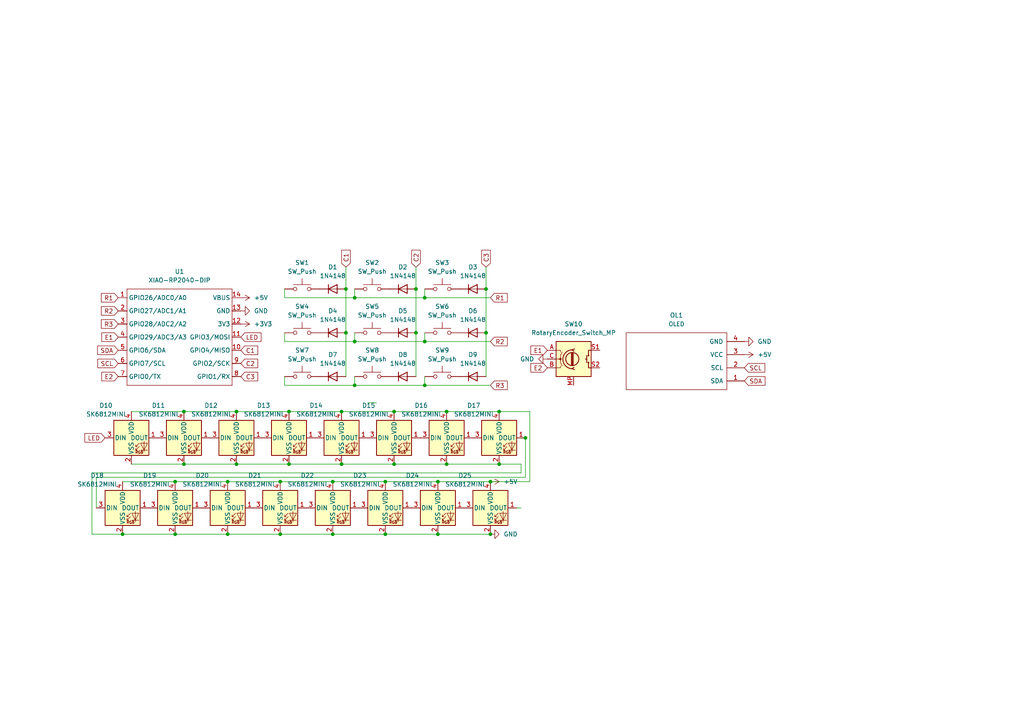
<source format=kicad_sch>
(kicad_sch (version 20250114) (generator "eeschema") (generator_version "9.0")
  (paper "A4")
  (title_block (title "hackpad") (date "2025-06-18") (rev "v1"))
  (lib_symbols
    (symbol "Device:RotaryEncoder_Switch_MP" (pin_names (offset 0.254) (hide yes))
      (property "Reference" "SW" (at 0 8.89 0))
      (property "Value" "RotaryEncoder_Switch_MP" (at 0 6.35 0))
      (symbol "RotaryEncoder_Switch_MP_0_1"
        (rectangle (start -5.08 5.08) (end 5.08 -5.08) (stroke (width 0.254)) (fill (type background)))
        (polyline (pts (xy -5.08 2.54) (xy -3.81 2.54) (xy -3.81 2.032)))
        (polyline (pts (xy -5.08 0) (xy -3.81 0) (xy -3.81 -1.016) (xy -3.302 -2.032)))
        (polyline (pts (xy -5.08 -2.54) (xy -3.81 -2.54) (xy -3.81 -2.032)))
        (polyline (pts (xy -4.318 0) (xy -3.81 0) (xy -3.81 1.016) (xy -3.302 2.032)))
        (circle (center -3.81 0) (radius 0.254) (fill (type outline)))
        (polyline (pts (xy -0.635 -1.778) (xy -0.635 1.778)) (stroke (width 0.254)))
        (circle (center -0.381 0) (radius 1.905) (stroke (width 0.254)))
        (polyline (pts (xy -0.381 -1.778) (xy -0.381 1.778)) (stroke (width 0.254)))
        (arc (start -0.381 -2.794) (mid -3.0988 -0.0635) (end -0.381 2.667) (stroke (width 0.254)))
        (polyline (pts (xy -0.127 1.778) (xy -0.127 -1.778)) (stroke (width 0.254)))
        (polyline (pts (xy 0.254 2.921) (xy -0.508 2.667) (xy 0.127 2.286)) (stroke (width 0.254)))
        (polyline (pts (xy 0.254 -3.048) (xy -0.508 -2.794) (xy 0.127 -2.413)) (stroke (width 0.254)))
        (polyline (pts (xy 3.81 1.016) (xy 3.81 -1.016)) (stroke (width 0.254)))
        (polyline (pts (xy 3.81 0) (xy 3.429 0)) (stroke (width 0.254)))
        (circle (center 4.318 1.016) (radius 0.127) (stroke (width 0.254)))
        (circle (center 4.318 -1.016) (radius 0.127) (stroke (width 0.254)))
        (polyline (pts (xy 5.08 2.54) (xy 4.318 2.54) (xy 4.318 1.016)) (stroke (width 0.254)))
        (polyline (pts (xy 5.08 -2.54) (xy 4.318 -2.54) (xy 4.318 -1.016)) (stroke (width 0.254)))
      )
      (symbol "RotaryEncoder_Switch_MP_1_1"
        (pin passive line (at -7.62 2.54 0) (length 2.54) (name "A") (number "A"))
        (pin passive line (at -7.62 0 0) (length 2.54) (name "C") (number "C"))
        (pin passive line (at -7.62 -2.54 0) (length 2.54) (name "B") (number "B"))
        (pin passive line (at 0 -7.62 90) (length 2.54) (name "MP") (number "MP"))
        (pin passive line (at 7.62 2.54 180) (length 2.54) (name "S1") (number "S1"))
        (pin passive line (at 7.62 -2.54 180) (length 2.54) (name "S2") (number "S2"))
      )
    )
    (symbol "Diode:1N4148" (pin_numbers (hide yes)) (pin_names (hide yes))
      (property "Reference" "D" (at 0 2.54 0))
      (property "Value" "1N4148" (at 0 -2.54 0))
      (symbol "1N4148_0_1"
        (polyline (pts (xy -1.27 1.27) (xy -1.27 -1.27)) (stroke (width 0.254)))
        (polyline (pts (xy 1.27 1.27) (xy 1.27 -1.27) (xy -1.27 0) (xy 1.27 1.27)) (stroke (width 0.254)))
        (polyline (pts (xy 1.27 0) (xy -1.27 0)))
      )
      (symbol "1N4148_1_1"
        (pin passive line (at -3.81 0 0) (length 2.54) (name "K") (number "1"))
        (pin passive line (at 3.81 0 180) (length 2.54) (name "A") (number "2"))
      )
    )
    (symbol "KBD:OLED" (pin_names (offset 1.016))
      (property "Reference" "OL" (at 0 2.54 0))
      (property "Value" "OLED" (at 0 -1.27 0))
      (symbol "OLED_0_1"
        (rectangle (start -13.97 8.89) (end 15.24 -7.62))
      )
      (symbol "OLED_1_1"
        (pin bidirectional line (at -19.05 6.35 0) (length 5.08) (name "SDA") (number "1"))
        (pin bidirectional line (at -19.05 2.54 0) (length 5.08) (name "SCL") (number "2"))
        (pin power_in line (at -19.05 -1.27 0) (length 5.08) (name "VCC") (number "3"))
        (pin power_in line (at -19.05 -5.08 0) (length 5.08) (name "GND") (number "4"))
      )
    )
    (symbol "LED:SK6812MINI" (pin_names (offset 0.254))
      (property "Reference" "D" (at 5.08 5.715 0))
      (property "Value" "SK6812MINI" (at 1.27 -5.715 0))
      (symbol "SK6812MINI_0_0"
        (text "RGB" (at 2.286 -4.191 0) (effects (font (size 0.762 0.762))))
      )
      (symbol "SK6812MINI_0_1"
        (polyline (pts (xy 1.27 -2.54) (xy 1.778 -2.54)))
        (polyline (pts (xy 1.27 -3.556) (xy 1.778 -3.556)))
        (polyline (pts (xy 2.286 -1.524) (xy 1.27 -2.54) (xy 1.27 -2.032)))
        (polyline (pts (xy 2.286 -2.54) (xy 1.27 -3.556) (xy 1.27 -3.048)))
        (polyline (pts (xy 3.683 -1.016) (xy 3.683 -3.556) (xy 3.683 -4.064)))
        (polyline (pts (xy 4.699 -1.524) (xy 2.667 -1.524) (xy 3.683 -3.556) (xy 4.699 -1.524)))
        (polyline (pts (xy 4.699 -3.556) (xy 2.667 -3.556)))
        (rectangle (start 5.08 5.08) (end -5.08 -5.08) (stroke (width 0.254)) (fill (type background)))
      )
      (symbol "SK6812MINI_1_1"
        (pin input line (at -7.62 0 0) (length 2.54) (name "DIN") (number "3"))
        (pin power_in line (at 0 7.62 270) (length 2.54) (name "VDD") (number "4"))
        (pin power_in line (at 0 -7.62 90) (length 2.54) (name "VSS") (number "2"))
        (pin output line (at 7.62 0 180) (length 2.54) (name "DOUT") (number "1"))
      )
    )
    (symbol "OPL:XIAO-RP2040-DIP"
      (property "Reference" "U" (at 0 0 0))
      (property "Value" "XIAO-RP2040-DIP" (at 5.334 -1.778 0))
      (symbol "XIAO-RP2040-DIP_1_0"
        (polyline (pts (xy -1.27 -2.54) (xy 29.21 -2.54)) (stroke (width 0.1524)))
        (polyline (pts (xy -1.27 -5.08) (xy -2.54 -5.08)) (stroke (width 0.1524)))
        (polyline (pts (xy -1.27 -5.08) (xy -1.27 -2.54)) (stroke (width 0.1524)))
        (polyline (pts (xy -1.27 -8.89) (xy -2.54 -8.89)) (stroke (width 0.1524)))
        (polyline (pts (xy -1.27 -8.89) (xy -1.27 -5.08)) (stroke (width 0.1524)))
        (polyline (pts (xy -1.27 -12.7) (xy -2.54 -12.7)) (stroke (width 0.1524)))
        (polyline (pts (xy -1.27 -12.7) (xy -1.27 -8.89)) (stroke (width 0.1524)))
        (polyline (pts (xy -1.27 -16.51) (xy -2.54 -16.51)) (stroke (width 0.1524)))
        (polyline (pts (xy -1.27 -16.51) (xy -1.27 -12.7)) (stroke (width 0.1524)))
        (polyline (pts (xy -1.27 -20.32) (xy -2.54 -20.32)) (stroke (width 0.1524)))
        (polyline (pts (xy -1.27 -24.13) (xy -2.54 -24.13)) (stroke (width 0.1524)))
        (polyline (pts (xy -1.27 -27.94) (xy -2.54 -27.94)) (stroke (width 0.1524)))
        (polyline (pts (xy -1.27 -30.48) (xy -1.27 -16.51)) (stroke (width 0.1524)))
        (polyline (pts (xy 29.21 -2.54) (xy 29.21 -5.08)) (stroke (width 0.1524)))
        (polyline (pts (xy 29.21 -5.08) (xy 29.21 -8.89)) (stroke (width 0.1524)))
        (polyline (pts (xy 29.21 -8.89) (xy 29.21 -12.7)) (stroke (width 0.1524)))
        (polyline (pts (xy 29.21 -12.7) (xy 29.21 -30.48)) (stroke (width 0.1524)))
        (polyline (pts (xy 29.21 -30.48) (xy -1.27 -30.48)) (stroke (width 0.1524)))
        (polyline (pts (xy 30.48 -5.08) (xy 29.21 -5.08)) (stroke (width 0.1524)))
        (polyline (pts (xy 30.48 -8.89) (xy 29.21 -8.89)) (stroke (width 0.1524)))
        (polyline (pts (xy 30.48 -12.7) (xy 29.21 -12.7)) (stroke (width 0.1524)))
        (polyline (pts (xy 30.48 -16.51) (xy 29.21 -16.51)) (stroke (width 0.1524)))
        (polyline (pts (xy 30.48 -20.32) (xy 29.21 -20.32)) (stroke (width 0.1524)))
        (polyline (pts (xy 30.48 -24.13) (xy 29.21 -24.13)) (stroke (width 0.1524)))
        (polyline (pts (xy 30.48 -27.94) (xy 29.21 -27.94)) (stroke (width 0.1524)))
        (pin passive line (at -3.81 -5.08 0) (length 2.54) (name "GPIO26/ADC0/A0") (number "1"))
        (pin passive line (at -3.81 -8.89 0) (length 2.54) (name "GPIO27/ADC1/A1") (number "2"))
        (pin passive line (at -3.81 -12.7 0) (length 2.54) (name "GPIO28/ADC2/A2") (number "3"))
        (pin passive line (at -3.81 -16.51 0) (length 2.54) (name "GPIO29/ADC3/A3") (number "4"))
        (pin passive line (at -3.81 -20.32 0) (length 2.54) (name "GPIO6/SDA") (number "5"))
        (pin passive line (at -3.81 -24.13 0) (length 2.54) (name "GPIO7/SCL") (number "6"))
        (pin passive line (at -3.81 -27.94 0) (length 2.54) (name "GPIO0/TX") (number "7"))
        (pin passive line (at 31.75 -5.08 180) (length 2.54) (name "VBUS") (number "14"))
        (pin passive line (at 31.75 -8.89 180) (length 2.54) (name "GND") (number "13"))
        (pin passive line (at 31.75 -12.7 180) (length 2.54) (name "3V3") (number "12"))
        (pin passive line (at 31.75 -16.51 180) (length 2.54) (name "GPIO3/MOSI") (number "11"))
        (pin passive line (at 31.75 -20.32 180) (length 2.54) (name "GPIO4/MISO") (number "10"))
        (pin passive line (at 31.75 -24.13 180) (length 2.54) (name "GPIO2/SCK") (number "9"))
        (pin passive line (at 31.75 -27.94 180) (length 2.54) (name "GPIO1/RX") (number "8"))
      )
    )
    (symbol "Switch:SW_Push" (pin_numbers (hide yes)) (pin_names (offset 1.016) (hide yes))
      (property "Reference" "SW" (at 1.27 2.54 0))
      (property "Value" "SW_Push" (at 0 -1.524 0))
      (symbol "SW_Push_0_1"
        (circle (center -2.032 0) (radius 0.508))
        (polyline (pts (xy 0 1.27) (xy 0 3.048)))
        (circle (center 2.032 0) (radius 0.508))
        (polyline (pts (xy 2.54 1.27) (xy -2.54 1.27)))
        (pin passive line (at -5.08 0 0) (length 2.54) (name "1") (number "1"))
        (pin passive line (at 5.08 0 180) (length 2.54) (name "2") (number "2"))
      )
    )
    (symbol "power:+3V3" (power) (pin_numbers (hide yes)) (pin_names (offset 0) (hide yes))
      (property "Value" "+3V3" (at 0 3.556 0))
      (symbol "+3V3_0_1"
        (polyline (pts (xy -0.762 1.27) (xy 0 2.54)))
        (polyline (pts (xy 0 2.54) (xy 0.762 1.27)))
        (polyline (pts (xy 0 0) (xy 0 2.54)))
      )
      (symbol "+3V3_1_1"
        (pin power_in line (at 0 0 90) (length 0) (name "~") (number "1"))
      )
    )
    (symbol "power:+5V" (power) (pin_numbers (hide yes)) (pin_names (offset 0) (hide yes))
      (property "Value" "+5V" (at 0 3.556 0))
      (symbol "+5V_0_1"
        (polyline (pts (xy -0.762 1.27) (xy 0 2.54)))
        (polyline (pts (xy 0 2.54) (xy 0.762 1.27)))
        (polyline (pts (xy 0 0) (xy 0 2.54)))
      )
      (symbol "+5V_1_1"
        (pin power_in line (at 0 0 90) (length 0) (name "~") (number "1"))
      )
    )
    (symbol "power:GND" (power) (pin_numbers (hide yes)) (pin_names (offset 0) (hide yes))
      (property "Value" "GND" (at 0 -3.81 0))
      (symbol "GND_0_1"
        (polyline (pts (xy 0 0) (xy 0 -1.27) (xy 1.27 -1.27) (xy 0 -2.54) (xy -1.27 -1.27) (xy 0 -1.27)))
      )
      (symbol "GND_1_1"
        (pin power_in line (at 0 0 270) (length 0) (name "~") (number "1"))
      )
    )
  )
  (junction (at 81.28 154.94))
  (junction (at 68.58 134.62))
  (junction (at 140.97 83.82))
  (junction (at 142.24 139.7))
  (junction (at 123.19 99.06))
  (junction (at 50.8 139.7))
  (junction (at 68.58 119.38))
  (junction (at 152.4 127))
  (junction (at 66.04 154.94))
  (junction (at 123.19 111.76))
  (junction (at 66.04 139.7))
  (junction (at 100.33 83.82))
  (junction (at 111.76 154.94))
  (junction (at 83.82 119.38))
  (junction (at 123.19 86.36))
  (junction (at 114.3 119.38))
  (junction (at 96.52 154.94))
  (junction (at 129.54 119.38))
  (junction (at 127 154.94))
  (junction (at 99.06 119.38))
  (junction (at 129.54 134.62))
  (junction (at 99.06 134.62))
  (junction (at 144.78 119.38))
  (junction (at 102.87 111.76))
  (junction (at 102.87 99.06))
  (junction (at 35.56 154.94))
  (junction (at 114.3 134.62))
  (junction (at 53.34 119.38))
  (junction (at 53.34 134.62))
  (junction (at 140.97 96.52))
  (junction (at 120.65 96.52))
  (junction (at 102.87 86.36))
  (junction (at 120.65 83.82))
  (junction (at 83.82 134.62))
  (junction (at 127 139.7))
  (junction (at 111.76 139.7))
  (junction (at 100.33 96.52))
  (junction (at 81.28 139.7))
  (junction (at 144.78 134.62))
  (junction (at 50.8 154.94))
  (junction (at 96.52 139.7))
  (junction (at 142.24 154.94))
  (wire (pts (xy 140.97 96.52) (xy 140.97 109.22)))
  (wire (pts (xy 153.67 139.7) (xy 142.24 139.7)))
  (wire (pts (xy 99.06 134.62) (xy 114.3 134.62)))
  (wire (pts (xy 99.06 119.38) (xy 114.3 119.38)))
  (wire (pts (xy 26.67 137.16) (xy 151.13 137.16)))
  (wire (pts (xy 100.33 96.52) (xy 100.33 109.22)))
  (wire (pts (xy 151.13 127) (xy 152.4 127)))
  (wire (pts (xy 100.33 77.47) (xy 100.33 83.82)))
  (wire (pts (xy 140.97 77.47) (xy 140.97 83.82)))
  (wire (pts (xy 120.65 77.47) (xy 120.65 83.82)))
  (wire (pts (xy 123.19 96.52) (xy 123.19 99.06)))
  (wire (pts (xy 127 139.7) (xy 111.76 139.7)))
  (wire (pts (xy 38.1 119.38) (xy 53.34 119.38)))
  (wire (pts (xy 81.28 139.7) (xy 66.04 139.7)))
  (wire (pts (xy 142.24 154.94) (xy 127 154.94)))
  (wire (pts (xy 111.76 139.7) (xy 96.52 139.7)))
  (wire (pts (xy 82.55 111.76) (xy 102.87 111.76)))
  (wire (pts (xy 68.58 119.38) (xy 83.82 119.38)))
  (wire (pts (xy 102.87 109.22) (xy 102.87 111.76)))
  (wire (pts (xy 111.76 154.94) (xy 127 154.94)))
  (wire (pts (xy 153.67 119.38) (xy 144.78 119.38)))
  (wire (pts (xy 152.4 127) (xy 152.4 138.43)))
  (wire (pts (xy 26.67 154.94) (xy 26.67 137.16)))
  (wire (pts (xy 129.54 119.38) (xy 144.78 119.38)))
  (wire (pts (xy 114.3 134.62) (xy 129.54 134.62)))
  (wire (pts (xy 102.87 99.06) (xy 123.19 99.06)))
  (wire (pts (xy 102.87 86.36) (xy 123.19 86.36)))
  (wire (pts (xy 123.19 86.36) (xy 142.24 86.36)))
  (wire (pts (xy 149.86 147.32) (xy 151.13 147.32)))
  (wire (pts (xy 82.55 99.06) (xy 102.87 99.06)))
  (wire (pts (xy 102.87 83.82) (xy 102.87 86.36)))
  (wire (pts (xy 152.4 138.43) (xy 27.94 138.43)))
  (wire (pts (xy 153.67 139.7) (xy 153.67 119.38)))
  (wire (pts (xy 53.34 119.38) (xy 68.58 119.38)))
  (wire (pts (xy 120.65 96.52) (xy 120.65 109.22)))
  (wire (pts (xy 38.1 134.62) (xy 53.34 134.62)))
  (wire (pts (xy 66.04 154.94) (xy 81.28 154.94)))
  (wire (pts (xy 26.67 154.94) (xy 35.56 154.94)))
  (wire (pts (xy 123.19 83.82) (xy 123.19 86.36)))
  (wire (pts (xy 151.13 134.62) (xy 144.78 134.62)))
  (wire (pts (xy 83.82 119.38) (xy 99.06 119.38)))
  (wire (pts (xy 123.19 111.76) (xy 142.24 111.76)))
  (wire (pts (xy 123.19 99.06) (xy 142.24 99.06)))
  (wire (pts (xy 106.68 116.84) (xy 109.22 116.84)))
  (wire (pts (xy 82.55 83.82) (xy 82.55 86.36)))
  (wire (pts (xy 151.13 137.16) (xy 151.13 134.62)))
  (wire (pts (xy 81.28 139.7) (xy 96.52 139.7)))
  (wire (pts (xy 129.54 134.62) (xy 144.78 134.62)))
  (wire (pts (xy 27.94 138.43) (xy 27.94 147.32)))
  (wire (pts (xy 50.8 154.94) (xy 66.04 154.94)))
  (wire (pts (xy 53.34 134.62) (xy 68.58 134.62)))
  (wire (pts (xy 100.33 83.82) (xy 100.33 96.52)))
  (wire (pts (xy 68.58 134.62) (xy 83.82 134.62)))
  (wire (pts (xy 82.55 86.36) (xy 102.87 86.36)))
  (wire (pts (xy 102.87 111.76) (xy 123.19 111.76)))
  (wire (pts (xy 140.97 83.82) (xy 140.97 96.52)))
  (wire (pts (xy 114.3 119.38) (xy 129.54 119.38)))
  (wire (pts (xy 35.56 139.7) (xy 50.8 139.7)))
  (wire (pts (xy 50.8 139.7) (xy 66.04 139.7)))
  (wire (pts (xy 82.55 96.52) (xy 82.55 99.06)))
  (wire (pts (xy 111.76 154.94) (xy 96.52 154.94)))
  (wire (pts (xy 83.82 134.62) (xy 99.06 134.62)))
  (wire (pts (xy 142.24 139.7) (xy 127 139.7)))
  (wire (pts (xy 120.65 83.82) (xy 120.65 96.52)))
  (wire (pts (xy 82.55 109.22) (xy 82.55 111.76)))
  (wire (pts (xy 50.8 154.94) (xy 35.56 154.94)))
  (wire (pts (xy 102.87 96.52) (xy 102.87 99.06)))
  (wire (pts (xy 81.28 154.94) (xy 96.52 154.94)))
  (wire (pts (xy 123.19 109.22) (xy 123.19 111.76)))
  (global_label "C2" (shape input) (at 120.65 77.47 90) (property "Intersheetrefs" "${INTERSHEET_REFS}" (effects (hide yes))))
  (global_label "E2" (shape input) (at 158.75 106.68 180) (property "Intersheetrefs" "${INTERSHEET_REFS}" (effects (hide yes))))
  (global_label "LED" (shape input) (at 69.85 97.79 0) (property "Intersheetrefs" "${INTERSHEET_REFS}" (effects (hide yes))))
  (global_label "C1" (shape input) (at 100.33 77.47 90) (property "Intersheetrefs" "${INTERSHEET_REFS}" (effects (hide yes))))
  (global_label "R2" (shape input) (at 34.29 90.17 180) (property "Intersheetrefs" "${INTERSHEET_REFS}" (effects (hide yes))))
  (global_label "R3" (shape input) (at 34.29 93.98 180) (property "Intersheetrefs" "${INTERSHEET_REFS}" (effects (hide yes))))
  (global_label "C1" (shape input) (at 69.85 101.6 0) (property "Intersheetrefs" "${INTERSHEET_REFS}" (effects (hide yes))))
  (global_label "LED" (shape input) (at 30.48 127 180) (property "Intersheetrefs" "${INTERSHEET_REFS}" (effects (hide yes))))
  (global_label "SCL" (shape input) (at 34.29 105.41 180) (property "Intersheetrefs" "${INTERSHEET_REFS}" (effects (hide yes))))
  (global_label "R2" (shape input) (at 142.24 99.06 0) (property "Intersheetrefs" "${INTERSHEET_REFS}" (effects (hide yes))))
  (global_label "R3" (shape input) (at 142.24 111.76 0) (property "Intersheetrefs" "${INTERSHEET_REFS}" (effects (hide yes))))
  (global_label "SDA" (shape input) (at 34.29 101.6 180) (property "Intersheetrefs" "${INTERSHEET_REFS}" (effects (hide yes))))
  (global_label "C3" (shape input) (at 140.97 77.47 90) (property "Intersheetrefs" "${INTERSHEET_REFS}" (effects (hide yes))))
  (global_label "R1" (shape input) (at 142.24 86.36 0) (property "Intersheetrefs" "${INTERSHEET_REFS}" (effects (hide yes))))
  (global_label "R1" (shape input) (at 34.29 86.36 180) (property "Intersheetrefs" "${INTERSHEET_REFS}" (effects (hide yes))))
  (global_label "E1" (shape input) (at 34.29 97.79 180) (property "Intersheetrefs" "${INTERSHEET_REFS}" (effects (hide yes))))
  (global_label "E2" (shape input) (at 34.29 109.22 180) (property "Intersheetrefs" "${INTERSHEET_REFS}" (effects (hide yes))))
  (global_label "SCL" (shape input) (at 215.9 106.68 0) (property "Intersheetrefs" "${INTERSHEET_REFS}" (effects (hide yes))))
  (global_label "E1" (shape input) (at 158.75 101.6 180) (property "Intersheetrefs" "${INTERSHEET_REFS}" (effects (hide yes))))
  (global_label "C3" (shape input) (at 69.85 109.22 0) (property "Intersheetrefs" "${INTERSHEET_REFS}" (effects (hide yes))))
  (global_label "C2" (shape input) (at 69.85 105.41 0) (property "Intersheetrefs" "${INTERSHEET_REFS}" (effects (hide yes))))
  (global_label "SDA" (shape input) (at 215.9 110.49 0) (property "Intersheetrefs" "${INTERSHEET_REFS}" (effects (hide yes))))
  (symbol (lib_id "Switch:SW_Push") (at 128.27 96.52 0) (unit 1)
    (property "Reference" "SW6" (at 128.27 88.9 0))
    (property "Value" "SW_Push" (at 128.27 91.44 0))
    (property "Footprint" "Button_Switch_Keyboard:SW_Cherry_MX_1.00u_PCB_[3D]" (effects (hide yes)))
    (property "Description" "Push button switch, generic, two pins" (effects (hide yes)))
  )
  (symbol (lib_id "LED:SK6812MINI") (at 114.3 127 0) (unit 1)
    (property "Reference" "D15" (at 106.934 117.602 0))
    (property "Value" "SK6812MINI" (at 106.934 120.142 0))
    (property "Footprint" "LED_SMD:LED_SK6812MINI_PLCC4_3.5x3.5mm_P1.75mm_[3D]" (effects (hide yes)))
    (property "Datasheet" "https://cdn-shop.adafruit.com/product-files/2686/SK6812MINI_REV.01-1-2.pdf" (effects (hide yes)))
    (property "Description" "RGB LED with integrated controller" (effects (hide yes)))
  )
  (symbol (lib_id "OPL:XIAO-RP2040-DIP") (at 38.1 81.28 0) (unit 1)
    (property "Reference" "U1" (at 52.07 78.74 0))
    (property "Value" "XIAO-RP2040-DIP" (at 52.07 81.28 0))
    (property "Footprint" "OPL:XIAO-RP2040-DIP" (effects (hide yes)))
  )
  (symbol (lib_id "LED:SK6812MINI") (at 35.56 147.32 0) (unit 1)
    (property "Reference" "D18" (at 28.194 137.922 0))
    (property "Value" "SK6812MINI" (at 28.194 140.462 0))
    (property "Footprint" "LED_SMD:LED_SK6812MINI_PLCC4_3.5x3.5mm_P1.75mm_[3D]" (effects (hide yes)))
    (property "Datasheet" "https://cdn-shop.adafruit.com/product-files/2686/SK6812MINI_REV.01-1-2.pdf" (effects (hide yes)))
    (property "Description" "RGB LED with integrated controller" (effects (hide yes)))
  )
  (symbol (lib_id "LED:SK6812MINI") (at 111.76 147.32 0) (unit 1)
    (property "Reference" "D23" (at 104.394 137.922 0))
    (property "Value" "SK6812MINI" (at 104.394 140.462 0))
    (property "Footprint" "LED_SMD:LED_SK6812MINI_PLCC4_3.5x3.5mm_P1.75mm_[3D]" (effects (hide yes)))
    (property "Datasheet" "https://cdn-shop.adafruit.com/product-files/2686/SK6812MINI_REV.01-1-2.pdf" (effects (hide yes)))
    (property "Description" "RGB LED with integrated controller" (effects (hide yes)))
  )
  (symbol (lib_id "Switch:SW_Push") (at 107.95 109.22 0) (unit 1)
    (property "Reference" "SW8" (at 107.95 101.6 0))
    (property "Value" "SW_Push" (at 107.95 104.14 0))
    (property "Footprint" "Button_Switch_Keyboard:SW_Cherry_MX_1.00u_PCB_[3D]" (effects (hide yes)))
    (property "Description" "Push button switch, generic, two pins" (effects (hide yes)))
  )
  (symbol (lib_id "LED:SK6812MINI") (at 68.58 127 0) (unit 1)
    (property "Reference" "D12" (at 61.214 117.602 0))
    (property "Value" "SK6812MINI" (at 61.214 120.142 0))
    (property "Footprint" "LED_SMD:LED_SK6812MINI_PLCC4_3.5x3.5mm_P1.75mm_[3D]" (effects (hide yes)))
    (property "Datasheet" "https://cdn-shop.adafruit.com/product-files/2686/SK6812MINI_REV.01-1-2.pdf" (effects (hide yes)))
    (property "Description" "RGB LED with integrated controller" (effects (hide yes)))
  )
  (symbol (lib_id "Diode:1N4148") (at 96.52 83.82 0) (unit 1)
    (property "Reference" "D1" (at 96.52 77.47 0))
    (property "Value" "1N4148" (at 96.52 80.01 0))
    (property "Footprint" "Diode_THT:D_DO-35_SOD27_P7.62mm_Horizontal" (effects (hide yes)))
    (property "Datasheet" "https://assets.nexperia.com/documents/data-sheet/1N4148_1N4448.pdf" (effects (hide yes)))
    (property "Description" "100V 0.15A standard switching diode, DO-35" (effects (hide yes)))
    (property "Sim.Device" "D" (effects (hide yes)))
    (property "Sim.Pins" "1=K 2=A" (effects (hide yes)))
  )
  (symbol (lib_id "Diode:1N4148") (at 96.52 96.52 0) (unit 1)
    (property "Reference" "D4" (at 96.52 90.17 0))
    (property "Value" "1N4148" (at 96.52 92.71 0))
    (property "Footprint" "Diode_THT:D_DO-35_SOD27_P7.62mm_Horizontal" (effects (hide yes)))
    (property "Datasheet" "https://assets.nexperia.com/documents/data-sheet/1N4148_1N4448.pdf" (effects (hide yes)))
    (property "Description" "100V 0.15A standard switching diode, DO-35" (effects (hide yes)))
    (property "Sim.Device" "D" (effects (hide yes)))
    (property "Sim.Pins" "1=K 2=A" (effects (hide yes)))
  )
  (symbol (lib_id "power:GND") (at 142.24 154.94 90) (unit 1)
    (property "Reference" "#PWR08" (effects (hide yes)))
    (property "Value" "GND" (at 146.05 154.9399 90) (effects (justify right)))
    (property "Description" "Power symbol creates a global label with name \"GND\" , ground" (effects (hide yes)))
  )
  (symbol (lib_id "power:+3V3") (at 69.85 93.98 270) (unit 1)
    (property "Reference" "#PWR03" (effects (hide yes)))
    (property "Value" "+3V3" (at 73.66 93.9799 90) (effects (justify left)))
    (property "Description" "Power symbol creates a global label with name \"+3V3\"" (effects (hide yes)))
  )
  (symbol (lib_id "Switch:SW_Push") (at 87.63 109.22 0) (unit 1)
    (property "Reference" "SW7" (at 87.63 101.6 0))
    (property "Value" "SW_Push" (at 87.63 104.14 0))
    (property "Footprint" "Button_Switch_Keyboard:SW_Cherry_MX_1.00u_PCB_[3D]" (effects (hide yes)))
    (property "Description" "Push button switch, generic, two pins" (effects (hide yes)))
  )
  (symbol (lib_id "KBD:OLED") (at 196.85 104.14 180) (unit 1)
    (property "Reference" "OL1" (at 196.215 91.44 0) (effects (font (size 1.2954 1.2954))))
    (property "Value" "OLED" (at 196.215 93.98 0) (effects (font (size 1.1938 1.1938))))
    (property "Footprint" "KBD:OLED" (effects (hide yes)))
  )
  (symbol (lib_id "Diode:1N4148") (at 137.16 83.82 0) (unit 1)
    (property "Reference" "D3" (at 137.16 77.47 0))
    (property "Value" "1N4148" (at 137.16 80.01 0))
    (property "Footprint" "Diode_THT:D_DO-35_SOD27_P7.62mm_Horizontal" (effects (hide yes)))
    (property "Datasheet" "https://assets.nexperia.com/documents/data-sheet/1N4148_1N4448.pdf" (effects (hide yes)))
    (property "Description" "100V 0.15A standard switching diode, DO-35" (effects (hide yes)))
    (property "Sim.Device" "D" (effects (hide yes)))
    (property "Sim.Pins" "1=K 2=A" (effects (hide yes)))
  )
  (symbol (lib_id "Diode:1N4148") (at 137.16 96.52 0) (unit 1)
    (property "Reference" "D6" (at 137.16 90.17 0))
    (property "Value" "1N4148" (at 137.16 92.71 0))
    (property "Footprint" "Diode_THT:D_DO-35_SOD27_P7.62mm_Horizontal" (effects (hide yes)))
    (property "Datasheet" "https://assets.nexperia.com/documents/data-sheet/1N4148_1N4448.pdf" (effects (hide yes)))
    (property "Description" "100V 0.15A standard switching diode, DO-35" (effects (hide yes)))
    (property "Sim.Device" "D" (effects (hide yes)))
    (property "Sim.Pins" "1=K 2=A" (effects (hide yes)))
  )
  (symbol (lib_id "LED:SK6812MINI") (at 50.8 147.32 0) (unit 1)
    (property "Reference" "D19" (at 43.434 137.922 0))
    (property "Value" "SK6812MINI" (at 43.434 140.462 0))
    (property "Footprint" "LED_SMD:LED_SK6812MINI_PLCC4_3.5x3.5mm_P1.75mm_[3D]" (effects (hide yes)))
    (property "Datasheet" "https://cdn-shop.adafruit.com/product-files/2686/SK6812MINI_REV.01-1-2.pdf" (effects (hide yes)))
    (property "Description" "RGB LED with integrated controller" (effects (hide yes)))
  )
  (symbol (lib_id "LED:SK6812MINI") (at 129.54 127 0) (unit 1)
    (property "Reference" "D16" (at 122.174 117.602 0))
    (property "Value" "SK6812MINI" (at 122.174 120.142 0))
    (property "Footprint" "LED_SMD:LED_SK6812MINI_PLCC4_3.5x3.5mm_P1.75mm_[3D]" (effects (hide yes)))
    (property "Datasheet" "https://cdn-shop.adafruit.com/product-files/2686/SK6812MINI_REV.01-1-2.pdf" (effects (hide yes)))
    (property "Description" "RGB LED with integrated controller" (effects (hide yes)))
  )
  (symbol (lib_id "Switch:SW_Push") (at 87.63 83.82 0) (unit 1)
    (property "Reference" "SW1" (at 87.63 76.2 0))
    (property "Value" "SW_Push" (at 87.63 78.74 0))
    (property "Footprint" "Button_Switch_Keyboard:SW_Cherry_MX_1.00u_PCB_[3D]" (effects (hide yes)))
    (property "Description" "Push button switch, generic, two pins" (effects (hide yes)))
  )
  (symbol (lib_id "Switch:SW_Push") (at 107.95 83.82 0) (unit 1)
    (property "Reference" "SW2" (at 107.95 76.2 0))
    (property "Value" "SW_Push" (at 107.95 78.74 0))
    (property "Footprint" "Button_Switch_Keyboard:SW_Cherry_MX_1.00u_PCB_[3D]" (effects (hide yes)))
    (property "Description" "Push button switch, generic, two pins" (effects (hide yes)))
  )
  (symbol (lib_id "power:+5V") (at 142.24 139.7 270) (unit 1)
    (property "Reference" "#PWR07" (effects (hide yes)))
    (property "Value" "+5V" (at 146.05 139.6999 90) (effects (justify left)))
    (property "Description" "Power symbol creates a global label with name \"+5V\"" (effects (hide yes)))
  )
  (symbol (lib_id "LED:SK6812MINI") (at 66.04 147.32 0) (unit 1)
    (property "Reference" "D20" (at 58.674 137.922 0))
    (property "Value" "SK6812MINI" (at 58.674 140.462 0))
    (property "Footprint" "LED_SMD:LED_SK6812MINI_PLCC4_3.5x3.5mm_P1.75mm_[3D]" (effects (hide yes)))
    (property "Datasheet" "https://cdn-shop.adafruit.com/product-files/2686/SK6812MINI_REV.01-1-2.pdf" (effects (hide yes)))
    (property "Description" "RGB LED with integrated controller" (effects (hide yes)))
  )
  (symbol (lib_id "LED:SK6812MINI") (at 99.06 127 0) (unit 1)
    (property "Reference" "D14" (at 91.694 117.602 0))
    (property "Value" "SK6812MINI" (at 91.694 120.142 0))
    (property "Footprint" "LED_SMD:LED_SK6812MINI_PLCC4_3.5x3.5mm_P1.75mm_[3D]" (effects (hide yes)))
    (property "Datasheet" "https://cdn-shop.adafruit.com/product-files/2686/SK6812MINI_REV.01-1-2.pdf" (effects (hide yes)))
    (property "Description" "RGB LED with integrated controller" (effects (hide yes)))
  )
  (symbol (lib_id "Diode:1N4148") (at 137.16 109.22 0) (unit 1)
    (property "Reference" "D9" (at 137.16 102.87 0))
    (property "Value" "1N4148" (at 137.16 105.41 0))
    (property "Footprint" "Diode_THT:D_DO-35_SOD27_P7.62mm_Horizontal" (effects (hide yes)))
    (property "Datasheet" "https://assets.nexperia.com/documents/data-sheet/1N4148_1N4448.pdf" (effects (hide yes)))
    (property "Description" "100V 0.15A standard switching diode, DO-35" (effects (hide yes)))
    (property "Sim.Device" "D" (effects (hide yes)))
    (property "Sim.Pins" "1=K 2=A" (effects (hide yes)))
  )
  (symbol (lib_id "LED:SK6812MINI") (at 142.24 147.32 0) (unit 1)
    (property "Reference" "D25" (at 134.874 137.922 0))
    (property "Value" "SK6812MINI" (at 134.874 140.462 0))
    (property "Footprint" "LED_SMD:LED_SK6812MINI_PLCC4_3.5x3.5mm_P1.75mm_[3D]" (effects (hide yes)))
    (property "Datasheet" "https://cdn-shop.adafruit.com/product-files/2686/SK6812MINI_REV.01-1-2.pdf" (effects (hide yes)))
    (property "Description" "RGB LED with integrated controller" (effects (hide yes)))
  )
  (symbol (lib_id "power:+5V") (at 215.9 102.87 270) (unit 1)
    (property "Reference" "#PWR05" (effects (hide yes)))
    (property "Value" "+5V" (at 219.71 102.8699 90) (effects (justify left)))
    (property "Description" "Power symbol creates a global label with name \"+5V\"" (effects (hide yes)))
  )
  (symbol (lib_id "LED:SK6812MINI") (at 38.1 127 0) (unit 1)
    (property "Reference" "D10" (at 30.734 117.602 0))
    (property "Value" "SK6812MINI" (at 30.734 120.142 0))
    (property "Footprint" "LED_SMD:LED_SK6812MINI_PLCC4_3.5x3.5mm_P1.75mm_[3D]" (effects (hide yes)))
    (property "Datasheet" "https://cdn-shop.adafruit.com/product-files/2686/SK6812MINI_REV.01-1-2.pdf" (effects (hide yes)))
    (property "Description" "RGB LED with integrated controller" (effects (hide yes)))
  )
  (symbol (lib_id "LED:SK6812MINI") (at 144.78 127 0) (unit 1)
    (property "Reference" "D17" (at 137.414 117.602 0))
    (property "Value" "SK6812MINI" (at 137.414 120.142 0))
    (property "Footprint" "LED_SMD:LED_SK6812MINI_PLCC4_3.5x3.5mm_P1.75mm_[3D]" (effects (hide yes)))
    (property "Datasheet" "https://cdn-shop.adafruit.com/product-files/2686/SK6812MINI_REV.01-1-2.pdf" (effects (hide yes)))
    (property "Description" "RGB LED with integrated controller" (effects (hide yes)))
  )
  (symbol (lib_id "Switch:SW_Push") (at 128.27 83.82 0) (unit 1)
    (property "Reference" "SW3" (at 128.27 76.2 0))
    (property "Value" "SW_Push" (at 128.27 78.74 0))
    (property "Footprint" "Button_Switch_Keyboard:SW_Cherry_MX_1.00u_PCB_[3D]" (effects (hide yes)))
    (property "Description" "Push button switch, generic, two pins" (effects (hide yes)))
  )
  (symbol (lib_id "power:GND") (at 158.75 104.14 270) (unit 1)
    (property "Reference" "#PWR04" (effects (hide yes)))
    (property "Value" "GND" (at 154.94 104.1399 90) (effects (justify right)))
    (property "Description" "Power symbol creates a global label with name \"GND\" , ground" (effects (hide yes)))
  )
  (symbol (lib_id "Diode:1N4148") (at 96.52 109.22 0) (unit 1)
    (property "Reference" "D7" (at 96.52 102.87 0))
    (property "Value" "1N4148" (at 96.52 105.41 0))
    (property "Footprint" "Diode_THT:D_DO-35_SOD27_P7.62mm_Horizontal" (effects (hide yes)))
    (property "Datasheet" "https://assets.nexperia.com/documents/data-sheet/1N4148_1N4448.pdf" (effects (hide yes)))
    (property "Description" "100V 0.15A standard switching diode, DO-35" (effects (hide yes)))
    (property "Sim.Device" "D" (effects (hide yes)))
    (property "Sim.Pins" "1=K 2=A" (effects (hide yes)))
  )
  (symbol (lib_id "Diode:1N4148") (at 116.84 109.22 0) (unit 1)
    (property "Reference" "D8" (at 116.84 102.87 0))
    (property "Value" "1N4148" (at 116.84 105.41 0))
    (property "Footprint" "Diode_THT:D_DO-35_SOD27_P7.62mm_Horizontal" (effects (hide yes)))
    (property "Datasheet" "https://assets.nexperia.com/documents/data-sheet/1N4148_1N4448.pdf" (effects (hide yes)))
    (property "Description" "100V 0.15A standard switching diode, DO-35" (effects (hide yes)))
    (property "Sim.Device" "D" (effects (hide yes)))
    (property "Sim.Pins" "1=K 2=A" (effects (hide yes)))
  )
  (symbol (lib_id "LED:SK6812MINI") (at 53.34 127 0) (unit 1)
    (property "Reference" "D11" (at 45.974 117.602 0))
    (property "Value" "SK6812MINI" (at 45.974 120.142 0))
    (property "Footprint" "LED_SMD:LED_SK6812MINI_PLCC4_3.5x3.5mm_P1.75mm_[3D]" (effects (hide yes)))
    (property "Datasheet" "https://cdn-shop.adafruit.com/product-files/2686/SK6812MINI_REV.01-1-2.pdf" (effects (hide yes)))
    (property "Description" "RGB LED with integrated controller" (effects (hide yes)))
  )
  (symbol (lib_id "power:GND") (at 69.85 90.17 90) (unit 1)
    (property "Reference" "#PWR02" (effects (hide yes)))
    (property "Value" "GND" (at 73.66 90.1699 90) (effects (justify right)))
    (property "Description" "Power symbol creates a global label with name \"GND\" , ground" (effects (hide yes)))
  )
  (symbol (lib_id "Switch:SW_Push") (at 87.63 96.52 0) (unit 1)
    (property "Reference" "SW4" (at 87.63 88.9 0))
    (property "Value" "SW_Push" (at 87.63 91.44 0))
    (property "Footprint" "Button_Switch_Keyboard:SW_Cherry_MX_1.00u_PCB_[3D]" (effects (hide yes)))
    (property "Description" "Push button switch, generic, two pins" (effects (hide yes)))
  )
  (symbol (lib_id "Diode:1N4148") (at 116.84 96.52 0) (unit 1)
    (property "Reference" "D5" (at 116.84 90.17 0))
    (property "Value" "1N4148" (at 116.84 92.71 0))
    (property "Footprint" "Diode_THT:D_DO-35_SOD27_P7.62mm_Horizontal" (effects (hide yes)))
    (property "Datasheet" "https://assets.nexperia.com/documents/data-sheet/1N4148_1N4448.pdf" (effects (hide yes)))
    (property "Description" "100V 0.15A standard switching diode, DO-35" (effects (hide yes)))
    (property "Sim.Device" "D" (effects (hide yes)))
    (property "Sim.Pins" "1=K 2=A" (effects (hide yes)))
  )
  (symbol (lib_id "LED:SK6812MINI") (at 81.28 147.32 0) (unit 1)
    (property "Reference" "D21" (at 73.914 137.922 0))
    (property "Value" "SK6812MINI" (at 73.914 140.462 0))
    (property "Footprint" "LED_SMD:LED_SK6812MINI_PLCC4_3.5x3.5mm_P1.75mm_[3D]" (effects (hide yes)))
    (property "Datasheet" "https://cdn-shop.adafruit.com/product-files/2686/SK6812MINI_REV.01-1-2.pdf" (effects (hide yes)))
    (property "Description" "RGB LED with integrated controller" (effects (hide yes)))
  )
  (symbol (lib_id "LED:SK6812MINI") (at 127 147.32 0) (unit 1)
    (property "Reference" "D24" (at 119.634 137.922 0))
    (property "Value" "SK6812MINI" (at 119.634 140.462 0))
    (property "Footprint" "LED_SMD:LED_SK6812MINI_PLCC4_3.5x3.5mm_P1.75mm_[3D]" (effects (hide yes)))
    (property "Datasheet" "https://cdn-shop.adafruit.com/product-files/2686/SK6812MINI_REV.01-1-2.pdf" (effects (hide yes)))
    (property "Description" "RGB LED with integrated controller" (effects (hide yes)))
  )
  (symbol (lib_id "power:+5V") (at 69.85 86.36 270) (unit 1)
    (property "Reference" "#PWR01" (effects (hide yes)))
    (property "Value" "+5V" (at 73.66 86.3599 90) (effects (justify left)))
    (property "Description" "Power symbol creates a global label with name \"+5V\"" (effects (hide yes)))
  )
  (symbol (lib_id "Diode:1N4148") (at 116.84 83.82 0) (unit 1)
    (property "Reference" "D2" (at 116.84 77.47 0))
    (property "Value" "1N4148" (at 116.84 80.01 0))
    (property "Footprint" "Diode_THT:D_DO-35_SOD27_P7.62mm_Horizontal" (effects (hide yes)))
    (property "Datasheet" "https://assets.nexperia.com/documents/data-sheet/1N4148_1N4448.pdf" (effects (hide yes)))
    (property "Description" "100V 0.15A standard switching diode, DO-35" (effects (hide yes)))
    (property "Sim.Device" "D" (effects (hide yes)))
    (property "Sim.Pins" "1=K 2=A" (effects (hide yes)))
  )
  (symbol (lib_id "LED:SK6812MINI") (at 83.82 127 0) (unit 1)
    (property "Reference" "D13" (at 76.454 117.602 0))
    (property "Value" "SK6812MINI" (at 76.454 120.142 0))
    (property "Footprint" "LED_SMD:LED_SK6812MINI_PLCC4_3.5x3.5mm_P1.75mm_[3D]" (effects (hide yes)))
    (property "Datasheet" "https://cdn-shop.adafruit.com/product-files/2686/SK6812MINI_REV.01-1-2.pdf" (effects (hide yes)))
    (property "Description" "RGB LED with integrated controller" (effects (hide yes)))
  )
  (symbol (lib_id "Switch:SW_Push") (at 128.27 109.22 0) (unit 1)
    (property "Reference" "SW9" (at 128.27 101.6 0))
    (property "Value" "SW_Push" (at 128.27 104.14 0))
    (property "Footprint" "Button_Switch_Keyboard:SW_Cherry_MX_1.00u_PCB_[3D]" (effects (hide yes)))
    (property "Description" "Push button switch, generic, two pins" (effects (hide yes)))
  )
  (symbol (lib_id "Device:RotaryEncoder_Switch_MP") (at 166.37 104.14 0) (unit 1)
    (property "Reference" "SW10" (at 166.37 93.98 0))
    (property "Value" "RotaryEncoder_Switch_MP" (at 166.37 96.52 0))
    (property "Footprint" "Rotary_Encoder:RotaryEncoder_Alps_EC11E-Switch_Vertical_H20mm" (effects (hide yes)))
    (property "Description" "Rotary encoder, dual channel, incremental quadrate outputs, with switch and MP Pin" (effects (hide yes)))
  )
  (symbol (lib_id "LED:SK6812MINI") (at 96.52 147.32 0) (unit 1)
    (property "Reference" "D22" (at 89.154 137.922 0))
    (property "Value" "SK6812MINI" (at 89.154 140.462 0))
    (property "Footprint" "LED_SMD:LED_SK6812MINI_PLCC4_3.5x3.5mm_P1.75mm_[3D]" (effects (hide yes)))
    (property "Datasheet" "https://cdn-shop.adafruit.com/product-files/2686/SK6812MINI_REV.01-1-2.pdf" (effects (hide yes)))
    (property "Description" "RGB LED with integrated controller" (effects (hide yes)))
  )
  (symbol (lib_id "Switch:SW_Push") (at 107.95 96.52 0) (unit 1)
    (property "Reference" "SW5" (at 107.95 88.9 0))
    (property "Value" "SW_Push" (at 107.95 91.44 0))
    (property "Footprint" "Button_Switch_Keyboard:SW_Cherry_MX_1.00u_PCB_[3D]" (effects (hide yes)))
    (property "Description" "Push button switch, generic, two pins" (effects (hide yes)))
  )
  (symbol (lib_id "power:GND") (at 215.9 99.06 90) (unit 1)
    (property "Reference" "#PWR06" (effects (hide yes)))
    (property "Value" "GND" (at 219.71 99.0599 90) (effects (justify right)))
    (property "Description" "Power symbol creates a global label with name \"GND\" , ground" (effects (hide yes)))
  )
)
</source>
